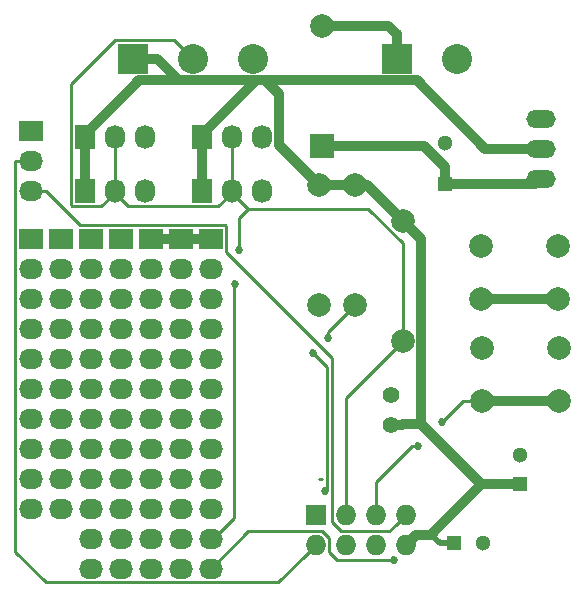
<source format=gtl>
G04 #@! TF.GenerationSoftware,KiCad,Pcbnew,no-vcs-found-7587~57~ubuntu16.04.1*
G04 #@! TF.CreationDate,2017-02-03T16:46:45-05:00*
G04 #@! TF.ProjectId,esp8266,657370383236362E6B696361645F7063,rev?*
G04 #@! TF.FileFunction,Copper,L1,Top,Mixed*
G04 #@! TF.FilePolarity,Positive*
%FSLAX46Y46*%
G04 Gerber Fmt 4.6, Leading zero omitted, Abs format (unit mm)*
G04 Created by KiCad (PCBNEW no-vcs-found-7587~57~ubuntu16.04.1) date Fri Feb  3 16:46:45 2017*
%MOMM*%
%LPD*%
G01*
G04 APERTURE LIST*
%ADD10C,0.100000*%
%ADD11R,1.727200X1.727200*%
%ADD12O,1.727200X1.727200*%
%ADD13R,2.032000X1.727200*%
%ADD14O,2.032000X1.727200*%
%ADD15R,1.300000X1.300000*%
%ADD16C,1.300000*%
%ADD17C,1.998980*%
%ADD18R,1.998980X1.998980*%
%ADD19R,2.540000X2.540000*%
%ADD20C,2.540000*%
%ADD21O,2.499360X1.501140*%
%ADD22O,1.727200X2.032000*%
%ADD23R,1.727200X2.032000*%
%ADD24C,1.397000*%
%ADD25C,2.000000*%
%ADD26C,0.685800*%
%ADD27C,0.254000*%
%ADD28C,0.508000*%
%ADD29C,0.812800*%
G04 APERTURE END LIST*
D10*
D11*
X26670000Y-42888000D03*
D12*
X26670000Y-45428000D03*
X29210000Y-42888000D03*
X29210000Y-45428000D03*
X31750000Y-42888000D03*
X31750000Y-45428000D03*
X34290000Y-42888000D03*
X34290000Y-45428000D03*
D13*
X15240000Y-19520000D03*
D14*
X15240000Y-22060000D03*
X15240000Y-24600000D03*
X15240000Y-27140000D03*
X15240000Y-29680000D03*
X15240000Y-32220000D03*
X15240000Y-34760000D03*
X15240000Y-37300000D03*
X15240000Y-39840000D03*
X15240000Y-42380000D03*
X15240000Y-44920000D03*
X15240000Y-47460000D03*
D13*
X12700000Y-19520000D03*
D14*
X12700000Y-22060000D03*
X12700000Y-24600000D03*
X12700000Y-27140000D03*
X12700000Y-29680000D03*
X12700000Y-32220000D03*
X12700000Y-34760000D03*
X12700000Y-37300000D03*
X12700000Y-39840000D03*
X12700000Y-42380000D03*
X12700000Y-44920000D03*
X12700000Y-47460000D03*
D13*
X10160000Y-19520000D03*
D14*
X10160000Y-22060000D03*
X10160000Y-24600000D03*
X10160000Y-27140000D03*
X10160000Y-29680000D03*
X10160000Y-32220000D03*
X10160000Y-34760000D03*
X10160000Y-37300000D03*
X10160000Y-39840000D03*
X10160000Y-42380000D03*
X10160000Y-44920000D03*
X10160000Y-47460000D03*
D13*
X7620000Y-19520000D03*
D14*
X7620000Y-22060000D03*
X7620000Y-24600000D03*
X7620000Y-27140000D03*
X7620000Y-29680000D03*
X7620000Y-32220000D03*
X7620000Y-34760000D03*
X7620000Y-37300000D03*
X7620000Y-39840000D03*
X7620000Y-42380000D03*
X7620000Y-44920000D03*
X7620000Y-47460000D03*
D13*
X5080000Y-19520000D03*
D14*
X5080000Y-22060000D03*
X5080000Y-24600000D03*
X5080000Y-27140000D03*
X5080000Y-29680000D03*
X5080000Y-32220000D03*
X5080000Y-34760000D03*
X5080000Y-37300000D03*
X5080000Y-39840000D03*
X5080000Y-42380000D03*
X17780000Y-47460000D03*
X17780000Y-44920000D03*
X17780000Y-42380000D03*
X17780000Y-39840000D03*
X17780000Y-37300000D03*
X17780000Y-34760000D03*
X17780000Y-32220000D03*
X17780000Y-29680000D03*
X17780000Y-27140000D03*
X17780000Y-24600000D03*
X17780000Y-22060000D03*
D13*
X17780000Y-19520000D03*
D14*
X2540000Y-42380000D03*
X2540000Y-39840000D03*
X2540000Y-37300000D03*
X2540000Y-34760000D03*
X2540000Y-32220000D03*
X2540000Y-29680000D03*
X2540000Y-27140000D03*
X2540000Y-24600000D03*
X2540000Y-22060000D03*
D13*
X2540000Y-19520000D03*
D15*
X43942000Y-40308000D03*
D16*
X43942000Y-37808000D03*
D17*
X27178000Y-1486000D03*
D18*
X27178000Y-11646000D03*
D19*
X11176000Y-4280000D03*
D20*
X16256000Y-4280000D03*
X21336000Y-4280000D03*
D13*
X2540000Y-10376000D03*
D14*
X2540000Y-12916000D03*
X2540000Y-15456000D03*
D21*
X45720000Y-11900000D03*
X45720000Y-9360000D03*
X45720000Y-14440000D03*
D16*
X37592000Y-11392000D03*
D15*
X37592000Y-14892000D03*
D22*
X22098000Y-10884000D03*
X19558000Y-10884000D03*
D23*
X17018000Y-10884000D03*
X17018000Y-15456000D03*
D22*
X19558000Y-15456000D03*
X22098000Y-15456000D03*
X12192000Y-10884000D03*
X9652000Y-10884000D03*
D23*
X7112000Y-10884000D03*
X7112000Y-15456000D03*
D22*
X9652000Y-15456000D03*
X12192000Y-15456000D03*
D24*
X33020000Y-32728000D03*
X33020000Y-35268000D03*
D25*
X40744000Y-33236000D03*
X40744000Y-28736000D03*
X47244000Y-33236000D03*
X47244000Y-28736000D03*
X40665400Y-24600000D03*
X40665400Y-20100000D03*
X47165400Y-24600000D03*
X47165400Y-20100000D03*
D20*
X38608000Y-4280000D03*
D19*
X33528000Y-4280000D03*
D17*
X26924000Y-25108000D03*
X26924000Y-14948000D03*
X29972000Y-14948000D03*
X29972000Y-25108000D03*
X34036000Y-17996000D03*
X34036000Y-28156000D03*
D15*
X38360000Y-45300000D03*
D16*
X40860000Y-45300000D03*
D26*
X20154899Y-20447101D03*
X19812000Y-23330000D03*
X27432000Y-40856000D03*
X26416000Y-29172000D03*
X27686000Y-27902000D03*
X33274000Y-46698000D03*
X35306000Y-37046000D03*
X37338000Y-35014000D03*
D27*
X26924000Y-39840000D02*
X27178000Y-39840000D01*
D28*
X38360000Y-45300000D02*
X37202000Y-45300000D01*
X37202000Y-45300000D02*
X36466401Y-44564401D01*
X36466401Y-44564401D02*
X36444799Y-44564401D01*
D29*
X35245041Y-6108801D02*
X41036240Y-11900000D01*
X41036240Y-11900000D02*
X45720000Y-11900000D01*
X34290000Y-45428000D02*
X35153599Y-44564401D01*
X35153599Y-44564401D02*
X36444799Y-44564401D01*
X36444799Y-44564401D02*
X40701200Y-40308000D01*
X35594291Y-35201091D02*
X40701200Y-40308000D01*
X40701200Y-40308000D02*
X43942000Y-40308000D01*
X33020000Y-35268000D02*
X34007828Y-35268000D01*
X34007828Y-35268000D02*
X34074737Y-35201091D01*
X34074737Y-35201091D02*
X35594291Y-35201091D01*
X15240000Y-19520000D02*
X17780000Y-19520000D01*
X12700000Y-19520000D02*
X15240000Y-19520000D01*
X34036000Y-17996000D02*
X35594291Y-19554291D01*
X35594291Y-19554291D02*
X35594291Y-35201091D01*
X29972000Y-14948000D02*
X30988000Y-14948000D01*
X30988000Y-14948000D02*
X34036000Y-17996000D01*
X26924000Y-14948000D02*
X29972000Y-14948000D01*
X22352000Y-6108801D02*
X21640799Y-6108801D01*
X35245041Y-6108801D02*
X22352000Y-6108801D01*
X25924511Y-13948511D02*
X26924000Y-14948000D01*
X22352000Y-6108801D02*
X23520410Y-7277211D01*
X23520410Y-7277211D02*
X23520410Y-11544410D01*
X23520410Y-11544410D02*
X25924511Y-13948511D01*
X17018000Y-10884000D02*
X17018000Y-15456000D01*
X7112000Y-10884000D02*
X7112000Y-15456000D01*
X15087601Y-6108801D02*
X11734799Y-6108801D01*
X11734799Y-6108801D02*
X7112000Y-10731600D01*
X7112000Y-10731600D02*
X7112000Y-10884000D01*
X21640799Y-6108801D02*
X15087601Y-6108801D01*
X15087601Y-6108801D02*
X13258800Y-4280000D01*
X13258800Y-4280000D02*
X11176000Y-4280000D01*
X21640799Y-6108801D02*
X17018000Y-10731600D01*
X17018000Y-10731600D02*
X17018000Y-10884000D01*
X33528000Y-4280000D02*
X33528000Y-2197200D01*
X33528000Y-2197200D02*
X32816800Y-1486000D01*
X32816800Y-1486000D02*
X28591492Y-1486000D01*
X28591492Y-1486000D02*
X27178000Y-1486000D01*
D27*
X2540000Y-12916000D02*
X1270000Y-12916000D01*
X1270000Y-12916000D02*
X1244590Y-12941410D01*
X1244590Y-12941410D02*
X1244590Y-46026104D01*
X1244590Y-46026104D02*
X3821496Y-48603010D01*
X3821496Y-48603010D02*
X23494990Y-48603010D01*
X23494990Y-48603010D02*
X25806401Y-46291599D01*
X25806401Y-46291599D02*
X26670000Y-45428000D01*
X2540000Y-15456000D02*
X3810000Y-15456000D01*
X28828999Y-44284999D02*
X32893001Y-44284999D01*
X3810000Y-15456000D02*
X6730999Y-18376999D01*
X6730999Y-18376999D02*
X19019521Y-18376999D01*
X28066999Y-43522999D02*
X28828999Y-44284999D01*
X19019521Y-18376999D02*
X19075401Y-18432879D01*
X19075401Y-18432879D02*
X19075401Y-20607121D01*
X19075401Y-20607121D02*
X28066999Y-29598719D01*
X28066999Y-29598719D02*
X28066999Y-43522999D01*
X32893001Y-44284999D02*
X33426401Y-43751599D01*
X33426401Y-43751599D02*
X34290000Y-42888000D01*
D29*
X37592000Y-14892000D02*
X45268000Y-14892000D01*
X45268000Y-14892000D02*
X45720000Y-14440000D01*
X45720000Y-14440000D02*
X45720000Y-14250852D01*
X37592000Y-14892000D02*
X37592000Y-13429200D01*
X27178000Y-11646000D02*
X35808800Y-11646000D01*
X35808800Y-11646000D02*
X37592000Y-13429200D01*
D27*
X20154899Y-20447101D02*
X20154899Y-17754701D01*
X20154899Y-17754701D02*
X20929600Y-16980000D01*
X19710400Y-43142000D02*
X19710400Y-23431600D01*
X19710400Y-23431600D02*
X19812000Y-23330000D01*
X17932400Y-44920000D02*
X19710400Y-43142000D01*
X17780000Y-44920000D02*
X17932400Y-44920000D01*
X16256000Y-4280000D02*
X14706599Y-2730599D01*
X5968999Y-6439001D02*
X5968999Y-16695521D01*
X14706599Y-2730599D02*
X9677401Y-2730599D01*
X9677401Y-2730599D02*
X5968999Y-6439001D01*
X5968999Y-16695521D02*
X6024879Y-16751401D01*
X6024879Y-16751401D02*
X8508999Y-16751401D01*
X8508999Y-16751401D02*
X9652000Y-15608400D01*
X9652000Y-15608400D02*
X9652000Y-15456000D01*
X9652000Y-15456000D02*
X9652000Y-14186000D01*
X9652000Y-14186000D02*
X9652000Y-10884000D01*
X19558000Y-15456000D02*
X19558000Y-15608400D01*
X18414990Y-16751410D02*
X10795010Y-16751410D01*
X19558000Y-15608400D02*
X18414990Y-16751410D01*
X10795010Y-16751410D02*
X9652000Y-15608400D01*
X19558000Y-15456000D02*
X19558000Y-10884000D01*
X31127240Y-16980000D02*
X20929600Y-16980000D01*
X20929600Y-16980000D02*
X19558000Y-15608400D01*
X34036000Y-28156000D02*
X34036000Y-19888760D01*
X34036000Y-19888760D02*
X31127240Y-16980000D01*
X29210000Y-42888000D02*
X29210000Y-32982000D01*
X29210000Y-32982000D02*
X34036000Y-28156000D01*
X26416000Y-29172000D02*
X27584410Y-30340410D01*
X27584410Y-30340410D02*
X27584410Y-40703590D01*
X27584410Y-40703590D02*
X27432000Y-40856000D01*
X29972000Y-25108000D02*
X27686000Y-27394000D01*
X27686000Y-27394000D02*
X27686000Y-27902000D01*
X17780000Y-47460000D02*
X20955001Y-44284999D01*
X20955001Y-44284999D02*
X27218641Y-44284999D01*
X27218641Y-44284999D02*
X27813001Y-44879359D01*
X28448000Y-46698000D02*
X33274000Y-46698000D01*
X27813001Y-44879359D02*
X27813001Y-46063001D01*
X27813001Y-46063001D02*
X28448000Y-46698000D01*
X35306000Y-37046000D02*
X34821067Y-37046000D01*
X31750000Y-41666686D02*
X31750000Y-42888000D01*
X34821067Y-37046000D02*
X31750000Y-40117067D01*
X31750000Y-40117067D02*
X31750000Y-41666686D01*
X40744000Y-33236000D02*
X39116000Y-33236000D01*
X39116000Y-33236000D02*
X37338000Y-35014000D01*
D29*
X47244000Y-33236000D02*
X40744000Y-33236000D01*
X47165400Y-24600000D02*
X40665400Y-24600000D01*
M02*

</source>
